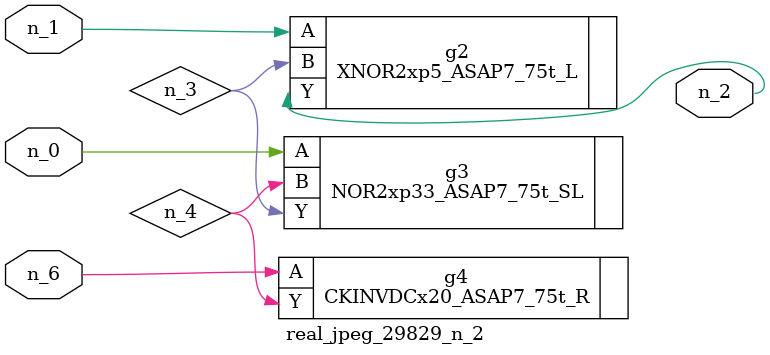
<source format=v>
module real_jpeg_29829_n_2 (n_6, n_1, n_0, n_2);

input n_6;
input n_1;
input n_0;

output n_2;

wire n_4;
wire n_3;

NOR2xp33_ASAP7_75t_SL g3 ( 
.A(n_0),
.B(n_4),
.Y(n_3)
);

XNOR2xp5_ASAP7_75t_L g2 ( 
.A(n_1),
.B(n_3),
.Y(n_2)
);

CKINVDCx20_ASAP7_75t_R g4 ( 
.A(n_6),
.Y(n_4)
);


endmodule
</source>
